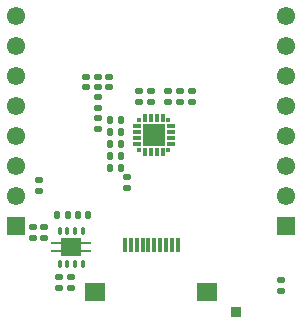
<source format=gbs>
G04*
G04 #@! TF.GenerationSoftware,Altium Limited,Altium Designer,19.1.9 (167)*
G04*
G04 Layer_Color=16711935*
%FSLAX24Y24*%
%MOIN*%
G70*
G01*
G75*
G04:AMPARAMS|DCode=14|XSize=25.6mil|YSize=19.7mil|CornerRadius=5.4mil|HoleSize=0mil|Usage=FLASHONLY|Rotation=0.000|XOffset=0mil|YOffset=0mil|HoleType=Round|Shape=RoundedRectangle|*
%AMROUNDEDRECTD14*
21,1,0.0256,0.0089,0,0,0.0*
21,1,0.0148,0.0197,0,0,0.0*
1,1,0.0108,0.0074,-0.0044*
1,1,0.0108,-0.0074,-0.0044*
1,1,0.0108,-0.0074,0.0044*
1,1,0.0108,0.0074,0.0044*
%
%ADD14ROUNDEDRECTD14*%
%ADD15R,0.0335X0.0335*%
G04:AMPARAMS|DCode=20|XSize=27.6mil|YSize=21.7mil|CornerRadius=6.4mil|HoleSize=0mil|Usage=FLASHONLY|Rotation=0.000|XOffset=0mil|YOffset=0mil|HoleType=Round|Shape=RoundedRectangle|*
%AMROUNDEDRECTD20*
21,1,0.0276,0.0089,0,0,0.0*
21,1,0.0148,0.0217,0,0,0.0*
1,1,0.0128,0.0074,-0.0044*
1,1,0.0128,-0.0074,-0.0044*
1,1,0.0128,-0.0074,0.0044*
1,1,0.0128,0.0074,0.0044*
%
%ADD20ROUNDEDRECTD20*%
%ADD25C,0.0059*%
%ADD26C,0.0020*%
%ADD27C,0.0610*%
%ADD28R,0.0610X0.0610*%
G04:AMPARAMS|DCode=57|XSize=25.6mil|YSize=19.7mil|CornerRadius=5.4mil|HoleSize=0mil|Usage=FLASHONLY|Rotation=270.000|XOffset=0mil|YOffset=0mil|HoleType=Round|Shape=RoundedRectangle|*
%AMROUNDEDRECTD57*
21,1,0.0256,0.0089,0,0,270.0*
21,1,0.0148,0.0197,0,0,270.0*
1,1,0.0108,-0.0044,-0.0074*
1,1,0.0108,-0.0044,0.0074*
1,1,0.0108,0.0044,0.0074*
1,1,0.0108,0.0044,-0.0074*
%
%ADD57ROUNDEDRECTD57*%
%ADD58R,0.0728X0.0728*%
G04:AMPARAMS|DCode=59|XSize=13.8mil|YSize=29.5mil|CornerRadius=3.9mil|HoleSize=0mil|Usage=FLASHONLY|Rotation=90.000|XOffset=0mil|YOffset=0mil|HoleType=Round|Shape=RoundedRectangle|*
%AMROUNDEDRECTD59*
21,1,0.0138,0.0217,0,0,90.0*
21,1,0.0059,0.0295,0,0,90.0*
1,1,0.0079,0.0108,0.0030*
1,1,0.0079,0.0108,-0.0030*
1,1,0.0079,-0.0108,-0.0030*
1,1,0.0079,-0.0108,0.0030*
%
%ADD59ROUNDEDRECTD59*%
G04:AMPARAMS|DCode=60|XSize=15.7mil|YSize=15.7mil|CornerRadius=4.4mil|HoleSize=0mil|Usage=FLASHONLY|Rotation=90.000|XOffset=0mil|YOffset=0mil|HoleType=Round|Shape=RoundedRectangle|*
%AMROUNDEDRECTD60*
21,1,0.0157,0.0069,0,0,90.0*
21,1,0.0069,0.0157,0,0,90.0*
1,1,0.0089,0.0034,0.0034*
1,1,0.0089,0.0034,-0.0034*
1,1,0.0089,-0.0034,-0.0034*
1,1,0.0089,-0.0034,0.0034*
%
%ADD60ROUNDEDRECTD60*%
G04:AMPARAMS|DCode=61|XSize=13.8mil|YSize=29.5mil|CornerRadius=3.9mil|HoleSize=0mil|Usage=FLASHONLY|Rotation=0.000|XOffset=0mil|YOffset=0mil|HoleType=Round|Shape=RoundedRectangle|*
%AMROUNDEDRECTD61*
21,1,0.0138,0.0217,0,0,0.0*
21,1,0.0059,0.0295,0,0,0.0*
1,1,0.0079,0.0030,-0.0108*
1,1,0.0079,-0.0030,-0.0108*
1,1,0.0079,-0.0030,0.0108*
1,1,0.0079,0.0030,0.0108*
%
%ADD61ROUNDEDRECTD61*%
G04:AMPARAMS|DCode=62|XSize=15.7mil|YSize=15.7mil|CornerRadius=4.4mil|HoleSize=0mil|Usage=FLASHONLY|Rotation=0.000|XOffset=0mil|YOffset=0mil|HoleType=Round|Shape=RoundedRectangle|*
%AMROUNDEDRECTD62*
21,1,0.0157,0.0069,0,0,0.0*
21,1,0.0069,0.0157,0,0,0.0*
1,1,0.0089,0.0034,-0.0034*
1,1,0.0089,-0.0034,-0.0034*
1,1,0.0089,-0.0034,0.0034*
1,1,0.0089,0.0034,0.0034*
%
%ADD62ROUNDEDRECTD62*%
%ADD63R,0.0344X0.0110*%
%ADD64R,0.0709X0.0610*%
G04:AMPARAMS|DCode=65|XSize=14.2mil|YSize=25.6mil|CornerRadius=4mil|HoleSize=0mil|Usage=FLASHONLY|Rotation=180.000|XOffset=0mil|YOffset=0mil|HoleType=Round|Shape=RoundedRectangle|*
%AMROUNDEDRECTD65*
21,1,0.0142,0.0175,0,0,180.0*
21,1,0.0061,0.0256,0,0,180.0*
1,1,0.0081,-0.0031,0.0088*
1,1,0.0081,0.0031,0.0088*
1,1,0.0081,0.0031,-0.0088*
1,1,0.0081,-0.0031,-0.0088*
%
%ADD65ROUNDEDRECTD65*%
%ADD66R,0.0118X0.0453*%
%ADD67R,0.0689X0.0610*%
D14*
X3248Y8346D02*
D03*
Y7992D02*
D03*
X5610Y7854D02*
D03*
Y7500D02*
D03*
X9350Y1555D02*
D03*
Y1201D02*
D03*
X4232Y4646D02*
D03*
Y5000D02*
D03*
X3642Y8346D02*
D03*
Y7992D02*
D03*
X1280Y4547D02*
D03*
Y4902D02*
D03*
X2854Y8346D02*
D03*
Y7992D02*
D03*
X3248Y6614D02*
D03*
Y6969D02*
D03*
Y7303D02*
D03*
Y7657D02*
D03*
X1476Y2972D02*
D03*
Y3327D02*
D03*
X1083Y2972D02*
D03*
Y3327D02*
D03*
X1969Y1299D02*
D03*
Y1654D02*
D03*
X6398Y7500D02*
D03*
Y7854D02*
D03*
X6004Y7500D02*
D03*
Y7854D02*
D03*
X5020Y7500D02*
D03*
Y7854D02*
D03*
X4626D02*
D03*
Y7500D02*
D03*
D15*
X7874Y492D02*
D03*
D20*
X2362Y1298D02*
D03*
Y1654D02*
D03*
D25*
X1378Y846D02*
D03*
Y1516D02*
D03*
D26*
X5827Y1929D02*
D03*
X4252D02*
D03*
D27*
X539Y8354D02*
D03*
Y4354D02*
D03*
Y5354D02*
D03*
Y6354D02*
D03*
Y7354D02*
D03*
Y9354D02*
D03*
Y10354D02*
D03*
X9539Y8354D02*
D03*
Y4354D02*
D03*
Y5354D02*
D03*
Y6354D02*
D03*
Y7354D02*
D03*
Y9354D02*
D03*
Y10354D02*
D03*
D28*
X539Y3354D02*
D03*
X9539D02*
D03*
D57*
X2244Y3740D02*
D03*
X1890D02*
D03*
X2933D02*
D03*
X2579D02*
D03*
X3661Y6102D02*
D03*
X4016D02*
D03*
X3661Y6496D02*
D03*
X4016D02*
D03*
X3661Y5709D02*
D03*
X4016D02*
D03*
X3661Y5315D02*
D03*
X4016D02*
D03*
Y6890D02*
D03*
X3661D02*
D03*
D58*
X5118Y6398D02*
D03*
D59*
X5689Y6102D02*
D03*
Y6299D02*
D03*
Y6496D02*
D03*
Y6693D02*
D03*
X4547D02*
D03*
Y6496D02*
D03*
Y6299D02*
D03*
Y6102D02*
D03*
D60*
X5610Y6890D02*
D03*
D61*
X5413Y6969D02*
D03*
X5217D02*
D03*
X5020D02*
D03*
X4823D02*
D03*
Y5827D02*
D03*
X5020D02*
D03*
X5217D02*
D03*
X5413D02*
D03*
D62*
X4626Y6890D02*
D03*
Y5906D02*
D03*
X5610D02*
D03*
D63*
X2854Y2785D02*
D03*
Y2530D02*
D03*
X1870Y2785D02*
D03*
Y2530D02*
D03*
D64*
X2362Y2657D02*
D03*
D65*
X1978Y3209D02*
D03*
X2234D02*
D03*
X2490D02*
D03*
X2746D02*
D03*
Y2106D02*
D03*
X2490D02*
D03*
X1978D02*
D03*
X2234D02*
D03*
D66*
X5925Y2736D02*
D03*
X5728D02*
D03*
X5531D02*
D03*
X5335D02*
D03*
X5138D02*
D03*
X4941D02*
D03*
X4744D02*
D03*
X4547D02*
D03*
X4154D02*
D03*
X4350D02*
D03*
D67*
X3169Y1161D02*
D03*
X6909D02*
D03*
M02*

</source>
